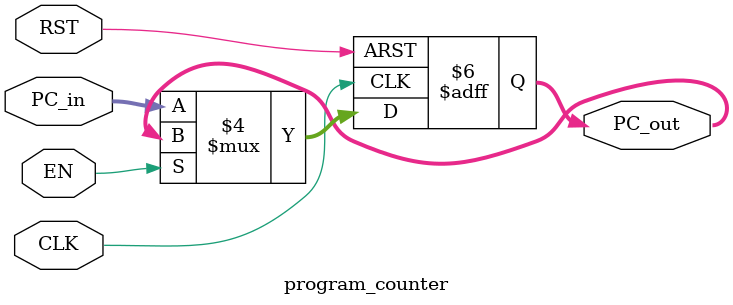
<source format=v>

/*
 Module: Program_counter.v
 Owner:Omar Salah
 Description: Program counter verilog code  that takes 
 input:CLK,RST,ENABLE(EN),PC_in as intial value
 output:PC_out

*/

module program_counter 
#(parameter data_size = 32)
(

    output  reg    [data_size-1:0]  PC_out,
    input   wire                    CLK,RST,EN,
    input   wire   [data_size-1:0]  PC_in     
);

always @ ( posedge CLK or negedge RST)
begin
    if ( !RST )
        PC_out <= 32'd0;
    else if (! EN)
        PC_out <= PC_in;
end

endmodule

</source>
